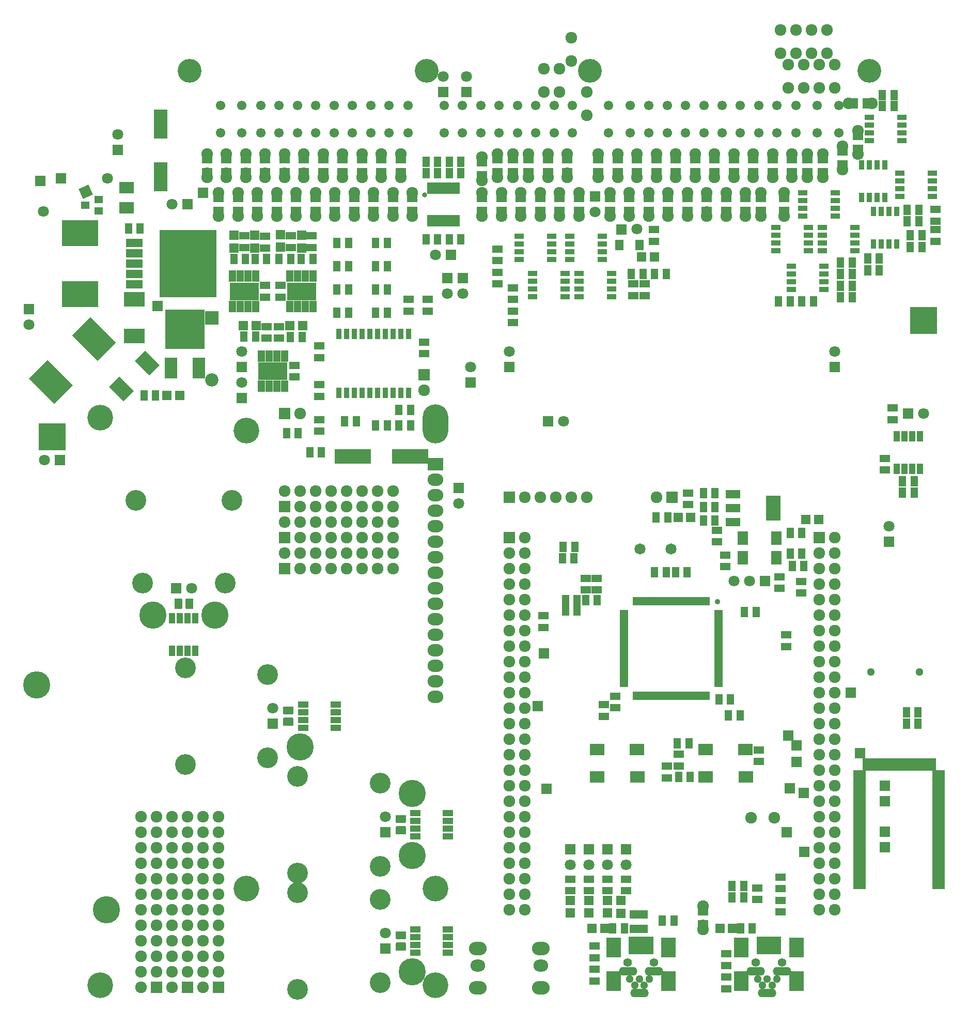
<source format=gts>
G04 (created by PCBNEW (2013-07-07 BZR 4022)-stable) date 18/12/2014 23:20:11*
%MOIN*%
G04 Gerber Fmt 3.4, Leading zero omitted, Abs format*
%FSLAX34Y34*%
G01*
G70*
G90*
G04 APERTURE LIST*
%ADD10C,0.00393701*%
%ADD11R,0.090548X0.188948*%
%ADD12C,0.165748*%
%ADD13O,0.100748X0.080748*%
%ADD14R,0.100748X0.080748*%
%ADD15O,0.165748X0.251968*%
%ADD16R,0.055748X0.025748*%
%ADD17R,0.025748X0.055748*%
%ADD18C,0.035748*%
%ADD19R,0.033448X0.074748*%
%ADD20C,0.032*%
%ADD21R,0.070748X0.050748*%
%ADD22C,0.075748*%
%ADD23R,0.023748X0.075748*%
%ADD24C,0.061048*%
%ADD25C,0.153548*%
%ADD26R,0.050748X0.070748*%
%ADD27R,0.070748X0.070748*%
%ADD28C,0.070748*%
%ADD29R,0.062948X0.062948*%
%ADD30R,0.075748X0.075748*%
%ADD31R,0.095748X0.159748*%
%ADD32R,0.095748X0.055748*%
%ADD33C,0.071748*%
%ADD34R,0.0433071X0.0551181*%
%ADD35R,0.0944882X0.0748031*%
%ADD36R,0.175748X0.175748*%
%ADD37R,0.133848X0.094448*%
%ADD38R,0.232248X0.167348*%
%ADD39R,0.105748X0.057748*%
%ADD40R,0.365748X0.435748*%
%ADD41R,0.080748X0.135748*%
%ADD42R,0.255748X0.255748*%
%ADD43R,0.095748X0.075748*%
%ADD44R,0.055148X0.047248*%
%ADD45C,0.085748*%
%ADD46R,0.085748X0.085748*%
%ADD47R,0.232248X0.094448*%
%ADD48R,0.035748X0.065748*%
%ADD49C,0.050748*%
%ADD50R,0.060748X0.035748*%
%ADD51R,0.035748X0.060748*%
%ADD52R,0.053748X0.065748*%
%ADD53R,0.039348X0.070848*%
%ADD54R,0.190748X0.115748*%
%ADD55R,0.045748X0.075748*%
%ADD56R,0.035748X0.115748*%
%ADD57R,0.0944882X0.125748*%
%ADD58C,0.055748*%
%ADD59O,0.094448X0.078748*%
%ADD60O,0.114148X0.086648*%
%ADD61R,0.082648X0.062948*%
%ADD62R,0.062948X0.078648*%
%ADD63R,0.062948X0.082648*%
%ADD64C,0.133848*%
%ADD65R,0.070848X0.039348*%
%ADD66R,0.060748X0.040748*%
%ADD67C,0.175748*%
%ADD68R,0.040748X0.060748*%
%ADD69R,0.0669291X0.0905512*%
%ADD70O,0.118748X0.055748*%
G04 APERTURE END LIST*
G54D10*
G54D11*
X51750Y-26232D03*
X51750Y-22807D03*
G54D12*
X57295Y-42584D03*
X57295Y-72112D03*
X69500Y-72112D03*
G54D13*
X69500Y-58750D03*
X69500Y-59750D03*
G54D14*
X69500Y-44750D03*
G54D13*
X69500Y-45750D03*
X69500Y-46750D03*
X69500Y-47750D03*
X69500Y-48750D03*
X69500Y-49750D03*
X69500Y-50750D03*
X69500Y-51750D03*
X69500Y-52750D03*
X69500Y-53750D03*
X69500Y-54750D03*
X69500Y-55750D03*
X69500Y-56750D03*
X69500Y-57750D03*
G54D15*
X69500Y-42167D03*
G54D12*
X69500Y-78364D03*
X47845Y-41750D03*
X47846Y-78364D03*
G54D16*
X87750Y-54274D03*
X87750Y-58994D03*
X87750Y-58794D03*
X87750Y-58604D03*
X87750Y-58404D03*
X87750Y-58204D03*
X87750Y-58014D03*
X87750Y-57814D03*
X87750Y-57614D03*
X87750Y-57424D03*
X87750Y-57224D03*
X87750Y-57024D03*
X87750Y-56824D03*
X87750Y-56634D03*
X87750Y-56434D03*
X87750Y-56234D03*
X87750Y-56044D03*
X87750Y-55844D03*
X87750Y-55644D03*
X87750Y-55454D03*
X87750Y-55254D03*
X87750Y-55054D03*
X87750Y-54864D03*
X87750Y-54664D03*
X87750Y-54464D03*
G54D17*
X87060Y-59684D03*
X82340Y-59684D03*
X82540Y-59684D03*
X82730Y-59684D03*
X82930Y-59684D03*
X83130Y-59684D03*
X83320Y-59684D03*
X83520Y-59684D03*
X83720Y-59684D03*
X83910Y-59684D03*
X84110Y-59684D03*
X84310Y-59684D03*
X84510Y-59684D03*
X84700Y-59684D03*
X84900Y-59684D03*
X85100Y-59684D03*
X85290Y-59684D03*
X85490Y-59684D03*
X85690Y-59684D03*
X85880Y-59684D03*
X86080Y-59684D03*
X86280Y-59684D03*
X86470Y-59684D03*
X86670Y-59684D03*
X86870Y-59684D03*
X87060Y-53584D03*
X86860Y-53584D03*
X86670Y-53584D03*
X86470Y-53584D03*
X86270Y-53584D03*
X86080Y-53584D03*
X85880Y-53584D03*
X85680Y-53584D03*
X85490Y-53584D03*
X85290Y-53584D03*
X85090Y-53584D03*
X84890Y-53584D03*
X84700Y-53584D03*
X84500Y-53584D03*
X84300Y-53584D03*
X84110Y-53584D03*
X83910Y-53584D03*
X83710Y-53584D03*
X83520Y-53584D03*
X83320Y-53584D03*
X83120Y-53584D03*
X82930Y-53584D03*
X82730Y-53584D03*
X82530Y-53584D03*
X82340Y-53584D03*
G54D16*
X81650Y-54274D03*
X81650Y-54474D03*
X81650Y-54664D03*
X81650Y-54864D03*
X81650Y-55064D03*
X81650Y-55254D03*
X81650Y-55454D03*
X81650Y-55654D03*
X81650Y-55844D03*
X81650Y-56044D03*
X81650Y-56244D03*
X81650Y-56444D03*
X81650Y-56634D03*
X81650Y-56834D03*
X81650Y-57034D03*
X81650Y-57224D03*
X81650Y-57424D03*
X81650Y-57624D03*
X81650Y-57814D03*
X81650Y-58014D03*
X81650Y-58214D03*
X81650Y-58404D03*
X81650Y-58604D03*
X81650Y-58804D03*
X81650Y-58994D03*
G54D18*
X87700Y-53634D03*
G54D19*
X69125Y-29059D03*
X69375Y-29059D03*
X69625Y-29059D03*
X69875Y-29059D03*
X70125Y-29059D03*
X70375Y-29059D03*
X70625Y-29059D03*
X70875Y-29059D03*
X70875Y-26941D03*
X70625Y-26941D03*
X70375Y-26941D03*
X70125Y-26941D03*
X69875Y-26941D03*
X69625Y-26941D03*
X69375Y-26941D03*
X69125Y-26941D03*
G54D20*
X68800Y-27400D03*
G54D21*
X78000Y-25875D03*
X78000Y-25125D03*
G54D22*
X78000Y-24750D03*
X78000Y-26250D03*
G54D23*
X78000Y-25000D03*
X78000Y-26000D03*
G54D21*
X61000Y-25875D03*
X61000Y-25125D03*
G54D22*
X61000Y-24750D03*
X61000Y-26250D03*
G54D23*
X61000Y-25000D03*
X61000Y-26000D03*
G54D21*
X59750Y-25875D03*
X59750Y-25125D03*
G54D22*
X59750Y-24750D03*
X59750Y-26250D03*
G54D23*
X59750Y-25000D03*
X59750Y-26000D03*
G54D21*
X58500Y-25875D03*
X58500Y-25125D03*
G54D22*
X58500Y-24750D03*
X58500Y-26250D03*
G54D23*
X58500Y-25000D03*
X58500Y-26000D03*
G54D21*
X57250Y-25875D03*
X57250Y-25125D03*
G54D22*
X57250Y-24750D03*
X57250Y-26250D03*
G54D23*
X57250Y-25000D03*
X57250Y-26000D03*
G54D21*
X54750Y-25875D03*
X54750Y-25125D03*
G54D22*
X54750Y-24750D03*
X54750Y-26250D03*
G54D23*
X54750Y-26000D03*
X54750Y-25000D03*
G54D21*
X56000Y-25875D03*
X56000Y-25125D03*
G54D22*
X56000Y-24750D03*
X56000Y-26250D03*
G54D23*
X56000Y-26000D03*
X56000Y-25000D03*
G54D21*
X87000Y-28375D03*
X87000Y-27625D03*
G54D22*
X87000Y-27250D03*
X87000Y-28750D03*
G54D23*
X87000Y-28500D03*
X87000Y-27500D03*
G54D24*
X55621Y-21628D03*
X55621Y-23400D03*
X56998Y-23400D03*
X56998Y-21628D03*
X61762Y-21628D03*
X61762Y-23400D03*
X60581Y-23400D03*
X60581Y-21628D03*
X58219Y-21628D03*
X58219Y-23400D03*
X59400Y-23400D03*
X59400Y-21628D03*
X64124Y-21628D03*
X64124Y-23400D03*
X62943Y-23400D03*
X62943Y-21628D03*
X65305Y-21628D03*
X65305Y-23400D03*
X66486Y-23400D03*
X66486Y-21628D03*
X73592Y-21628D03*
X73592Y-23400D03*
X72411Y-23400D03*
X72411Y-21628D03*
X70049Y-21628D03*
X70049Y-23400D03*
X71230Y-23400D03*
X71230Y-21628D03*
X75955Y-21628D03*
X75955Y-23400D03*
X74774Y-23400D03*
X74774Y-21628D03*
X77136Y-21628D03*
X77136Y-23400D03*
X67707Y-21628D03*
X67707Y-23400D03*
X78317Y-23400D03*
X78317Y-21628D03*
X82036Y-23400D03*
X82036Y-21628D03*
X80658Y-23400D03*
X80658Y-21628D03*
X86801Y-23400D03*
X86801Y-21628D03*
X85620Y-23400D03*
X85620Y-21628D03*
X83258Y-23400D03*
X83258Y-21628D03*
X84439Y-23400D03*
X84439Y-21628D03*
X89163Y-23400D03*
X89163Y-21628D03*
X87982Y-23400D03*
X87982Y-21628D03*
X90344Y-23400D03*
X90344Y-21628D03*
X91525Y-23400D03*
X91525Y-21628D03*
X92746Y-23400D03*
X92746Y-21628D03*
X94124Y-23400D03*
X94124Y-21628D03*
G54D25*
X53632Y-19384D03*
X68927Y-19384D03*
X79439Y-19384D03*
G54D24*
X95502Y-23400D03*
X95502Y-21628D03*
G54D25*
X97490Y-19384D03*
G54D21*
X75500Y-25875D03*
X75500Y-25125D03*
G54D22*
X75500Y-24750D03*
X75500Y-26250D03*
G54D21*
X77500Y-28375D03*
X77500Y-27625D03*
G54D22*
X77500Y-27250D03*
X77500Y-28750D03*
G54D21*
X76750Y-25875D03*
X76750Y-25125D03*
G54D22*
X76750Y-24750D03*
X76750Y-26250D03*
G54D21*
X78750Y-28375D03*
X78750Y-27625D03*
G54D22*
X78750Y-27250D03*
X78750Y-28750D03*
G54D21*
X80750Y-28375D03*
X80750Y-27625D03*
G54D22*
X80750Y-27250D03*
X80750Y-28750D03*
G54D21*
X80000Y-25875D03*
X80000Y-25125D03*
G54D22*
X80000Y-24750D03*
X80000Y-26250D03*
G54D21*
X82000Y-28375D03*
X82000Y-27625D03*
G54D22*
X82000Y-27250D03*
X82000Y-28750D03*
G54D21*
X81250Y-25875D03*
X81250Y-25125D03*
G54D22*
X81250Y-24750D03*
X81250Y-26250D03*
G54D21*
X83250Y-28375D03*
X83250Y-27625D03*
G54D22*
X83250Y-27250D03*
X83250Y-28750D03*
G54D21*
X82500Y-25875D03*
X82500Y-25125D03*
G54D22*
X82500Y-24750D03*
X82500Y-26250D03*
G54D21*
X84500Y-28375D03*
X84500Y-27625D03*
G54D22*
X84500Y-27250D03*
X84500Y-28750D03*
G54D21*
X83750Y-25875D03*
X83750Y-25125D03*
G54D22*
X83750Y-24750D03*
X83750Y-26250D03*
G54D21*
X85750Y-28375D03*
X85750Y-27625D03*
G54D22*
X85750Y-27250D03*
X85750Y-28750D03*
G54D21*
X85000Y-25875D03*
X85000Y-25125D03*
G54D22*
X85000Y-24750D03*
X85000Y-26250D03*
G54D21*
X76250Y-28375D03*
X76250Y-27625D03*
G54D22*
X76250Y-27250D03*
X76250Y-28750D03*
G54D21*
X86250Y-25875D03*
X86250Y-25125D03*
G54D22*
X86250Y-24750D03*
X86250Y-26250D03*
G54D21*
X88250Y-28375D03*
X88250Y-27625D03*
G54D22*
X88250Y-27250D03*
X88250Y-28750D03*
G54D21*
X87500Y-25875D03*
X87500Y-25125D03*
G54D22*
X87500Y-24750D03*
X87500Y-26250D03*
G54D21*
X89500Y-28375D03*
X89500Y-27625D03*
G54D22*
X89500Y-27250D03*
X89500Y-28750D03*
G54D21*
X88750Y-25875D03*
X88750Y-25125D03*
G54D22*
X88750Y-24750D03*
X88750Y-26250D03*
G54D21*
X90500Y-28375D03*
X90500Y-27625D03*
G54D22*
X90500Y-27250D03*
X90500Y-28750D03*
G54D21*
X90000Y-25875D03*
X90000Y-25125D03*
G54D22*
X90000Y-24750D03*
X90000Y-26250D03*
G54D21*
X92000Y-28375D03*
X92000Y-27625D03*
G54D22*
X92000Y-27250D03*
X92000Y-28750D03*
G54D21*
X91250Y-25875D03*
X91250Y-25125D03*
G54D22*
X91250Y-24750D03*
X91250Y-26250D03*
G54D21*
X93500Y-25875D03*
X93500Y-25125D03*
G54D22*
X93500Y-24750D03*
X93500Y-26250D03*
G54D21*
X92500Y-25875D03*
X92500Y-25125D03*
G54D22*
X92500Y-24750D03*
X92500Y-26250D03*
G54D21*
X95750Y-25375D03*
X95750Y-24625D03*
G54D22*
X95750Y-24250D03*
X95750Y-25750D03*
G54D21*
X94500Y-25875D03*
X94500Y-25125D03*
G54D22*
X94500Y-24750D03*
X94500Y-26250D03*
G54D21*
X96750Y-24375D03*
X96750Y-23625D03*
G54D22*
X96750Y-23250D03*
X96750Y-24750D03*
G54D26*
X97275Y-21500D03*
X96525Y-21500D03*
G54D22*
X96150Y-21500D03*
X97650Y-21500D03*
G54D21*
X65500Y-28375D03*
X65500Y-27625D03*
G54D22*
X65500Y-27250D03*
X65500Y-28750D03*
G54D21*
X56750Y-28375D03*
X56750Y-27625D03*
G54D22*
X56750Y-27250D03*
X56750Y-28750D03*
G54D21*
X58000Y-28375D03*
X58000Y-27625D03*
G54D22*
X58000Y-27250D03*
X58000Y-28750D03*
G54D21*
X59250Y-28375D03*
X59250Y-27625D03*
G54D22*
X59250Y-27250D03*
X59250Y-28750D03*
G54D21*
X60500Y-28375D03*
X60500Y-27625D03*
G54D22*
X60500Y-27250D03*
X60500Y-28750D03*
G54D21*
X61750Y-28375D03*
X61750Y-27625D03*
G54D22*
X61750Y-27250D03*
X61750Y-28750D03*
G54D21*
X63000Y-28375D03*
X63000Y-27625D03*
G54D22*
X63000Y-27250D03*
X63000Y-28750D03*
G54D21*
X62250Y-25875D03*
X62250Y-25125D03*
G54D22*
X62250Y-24750D03*
X62250Y-26250D03*
G54D21*
X64250Y-28375D03*
X64250Y-27625D03*
G54D22*
X64250Y-27250D03*
X64250Y-28750D03*
G54D21*
X63500Y-25875D03*
X63500Y-25125D03*
G54D22*
X63500Y-24750D03*
X63500Y-26250D03*
G54D21*
X55500Y-28375D03*
X55500Y-27625D03*
G54D22*
X55500Y-27250D03*
X55500Y-28750D03*
G54D21*
X64750Y-25875D03*
X64750Y-25125D03*
G54D22*
X64750Y-24750D03*
X64750Y-26250D03*
G54D21*
X66750Y-28375D03*
X66750Y-27625D03*
G54D22*
X66750Y-27250D03*
X66750Y-28750D03*
G54D21*
X66000Y-25875D03*
X66000Y-25125D03*
G54D22*
X66000Y-24750D03*
X66000Y-26250D03*
G54D21*
X68000Y-28375D03*
X68000Y-27625D03*
G54D22*
X68000Y-27250D03*
X68000Y-28750D03*
G54D21*
X67250Y-25875D03*
X67250Y-25125D03*
G54D22*
X67250Y-24750D03*
X67250Y-26250D03*
G54D21*
X72500Y-28375D03*
X72500Y-27625D03*
G54D22*
X72500Y-27250D03*
X72500Y-28750D03*
G54D21*
X72500Y-26075D03*
X72500Y-25325D03*
G54D22*
X72500Y-24950D03*
X72500Y-26450D03*
G54D27*
X74250Y-38500D03*
G54D28*
X74250Y-37500D03*
G54D27*
X95250Y-38500D03*
G54D28*
X95250Y-37500D03*
G54D27*
X70500Y-31250D03*
G54D28*
X69500Y-31250D03*
G54D21*
X90350Y-63934D03*
X90350Y-63184D03*
G54D26*
X84975Y-51734D03*
X85725Y-51734D03*
X84375Y-51734D03*
X83625Y-51734D03*
G54D21*
X84425Y-64984D03*
X84425Y-64234D03*
G54D26*
X77875Y-53534D03*
X78625Y-53534D03*
X77875Y-54184D03*
X78625Y-54184D03*
G54D21*
X79200Y-52109D03*
X79200Y-52859D03*
X79900Y-52109D03*
X79900Y-52859D03*
X87650Y-49759D03*
X87650Y-49009D03*
G54D26*
X78475Y-50084D03*
X77725Y-50084D03*
X83725Y-48184D03*
X84475Y-48184D03*
G54D21*
X81100Y-60459D03*
X81100Y-59709D03*
G54D26*
X88525Y-59934D03*
X87775Y-59934D03*
X90175Y-54284D03*
X89425Y-54284D03*
G54D21*
X80350Y-60259D03*
X80350Y-61009D03*
X93100Y-53059D03*
X93100Y-52309D03*
G54D26*
X88400Y-60959D03*
X89150Y-60959D03*
X86775Y-48384D03*
X87525Y-48384D03*
X87525Y-47534D03*
X86775Y-47534D03*
G54D29*
X85137Y-48184D03*
X85963Y-48184D03*
G54D26*
X78425Y-50834D03*
X77675Y-50834D03*
G54D27*
X78200Y-69584D03*
G54D28*
X78200Y-70584D03*
G54D27*
X79400Y-69584D03*
G54D28*
X79400Y-70584D03*
G54D27*
X80600Y-69584D03*
G54D28*
X80600Y-70584D03*
G54D27*
X81800Y-69584D03*
G54D28*
X81800Y-70584D03*
G54D27*
X90750Y-52284D03*
G54D28*
X89750Y-52284D03*
X88750Y-52284D03*
G54D30*
X74250Y-49484D03*
G54D22*
X75250Y-49484D03*
X74250Y-50484D03*
X75250Y-50484D03*
X74250Y-51484D03*
X75250Y-51484D03*
X74250Y-52484D03*
X75250Y-52484D03*
X74250Y-53484D03*
X75250Y-53484D03*
X74250Y-54484D03*
X75250Y-54484D03*
X74250Y-55484D03*
X75250Y-55484D03*
X74250Y-56484D03*
X75250Y-56484D03*
X74250Y-57484D03*
X75250Y-57484D03*
X74250Y-58484D03*
X75250Y-58484D03*
X74250Y-59484D03*
X75250Y-59484D03*
X74250Y-60484D03*
X75250Y-60484D03*
X74250Y-61484D03*
X75250Y-61484D03*
X74250Y-62484D03*
X75250Y-62484D03*
X74250Y-63484D03*
X75250Y-63484D03*
X74250Y-64484D03*
X75250Y-64484D03*
X74250Y-65484D03*
X75250Y-65484D03*
X74250Y-66484D03*
X75250Y-66484D03*
X74250Y-67484D03*
X75250Y-67484D03*
X74250Y-68484D03*
X75250Y-68484D03*
X74250Y-69484D03*
X75250Y-69484D03*
X74250Y-70484D03*
X75250Y-70484D03*
X74250Y-71484D03*
X75250Y-71484D03*
X74250Y-72484D03*
X75250Y-72484D03*
X74250Y-73484D03*
X75250Y-73484D03*
G54D30*
X94250Y-49484D03*
G54D22*
X95250Y-49484D03*
X94250Y-50484D03*
X95250Y-50484D03*
X94250Y-51484D03*
X95250Y-51484D03*
X94250Y-52484D03*
X95250Y-52484D03*
X94250Y-53484D03*
X95250Y-53484D03*
X94250Y-54484D03*
X95250Y-54484D03*
X94250Y-55484D03*
X95250Y-55484D03*
X94250Y-56484D03*
X95250Y-56484D03*
X94250Y-57484D03*
X95250Y-57484D03*
X94250Y-58484D03*
X95250Y-58484D03*
X94250Y-59484D03*
X95250Y-59484D03*
X94250Y-60484D03*
X95250Y-60484D03*
X94250Y-61484D03*
X95250Y-61484D03*
X94250Y-62484D03*
X95250Y-62484D03*
X94250Y-63484D03*
X95250Y-63484D03*
X94250Y-64484D03*
X95250Y-64484D03*
X94250Y-65484D03*
X95250Y-65484D03*
X94250Y-66484D03*
X95250Y-66484D03*
X94250Y-67484D03*
X95250Y-67484D03*
X94250Y-68484D03*
X95250Y-68484D03*
X94250Y-69484D03*
X95250Y-69484D03*
X94250Y-70484D03*
X95250Y-70484D03*
X94250Y-71484D03*
X95250Y-71484D03*
X94250Y-72484D03*
X95250Y-72484D03*
X94250Y-73484D03*
X95250Y-73484D03*
G54D30*
X84750Y-46884D03*
G54D22*
X83750Y-46884D03*
G54D30*
X74250Y-46884D03*
G54D22*
X75250Y-46884D03*
X76250Y-46884D03*
X77250Y-46884D03*
X78250Y-46884D03*
X79250Y-46884D03*
G54D26*
X85100Y-62759D03*
X85850Y-62759D03*
G54D21*
X85200Y-64209D03*
X85200Y-63459D03*
G54D26*
X85175Y-64934D03*
X85925Y-64934D03*
G54D21*
X92125Y-55759D03*
X92125Y-56509D03*
X76450Y-54525D03*
X76450Y-55275D03*
X78200Y-72259D03*
X78200Y-71509D03*
X79400Y-72259D03*
X79400Y-71509D03*
X80600Y-72259D03*
X80600Y-71509D03*
X81800Y-72259D03*
X81800Y-71509D03*
G54D26*
X79925Y-53534D03*
X79175Y-53534D03*
G54D21*
X85800Y-47359D03*
X85800Y-46609D03*
G54D26*
X80925Y-74700D03*
X81675Y-74700D03*
X93125Y-49184D03*
X92375Y-49184D03*
G54D31*
X91300Y-47584D03*
G54D32*
X88700Y-47584D03*
X88700Y-48484D03*
X88700Y-46684D03*
G54D33*
X82700Y-50234D03*
X84700Y-50234D03*
G54D21*
X79750Y-76575D03*
X79750Y-75825D03*
X79750Y-77325D03*
X79750Y-78075D03*
X91700Y-52759D03*
X91700Y-52009D03*
X88200Y-51359D03*
X88200Y-50609D03*
G54D34*
X82974Y-73777D03*
X82600Y-73777D03*
X82225Y-73777D03*
X82225Y-74722D03*
X82600Y-74722D03*
X82974Y-74722D03*
G54D35*
X86920Y-63148D03*
X89479Y-63148D03*
X89518Y-64919D03*
X86920Y-64919D03*
X79920Y-63148D03*
X82479Y-63148D03*
X82518Y-64919D03*
X79920Y-64919D03*
G54D36*
X101000Y-35500D03*
G54D29*
X80590Y-72871D03*
X80590Y-73697D03*
X78190Y-72871D03*
X78190Y-73697D03*
X79390Y-72871D03*
X79390Y-73697D03*
X81450Y-72887D03*
X81450Y-73713D03*
X80413Y-74700D03*
X79587Y-74700D03*
X93377Y-48324D03*
X94203Y-48324D03*
G54D26*
X84125Y-74200D03*
X84875Y-74200D03*
X86775Y-46624D03*
X87525Y-46624D03*
X92515Y-51324D03*
X93265Y-51324D03*
X92375Y-50504D03*
X93125Y-50504D03*
X69625Y-26000D03*
X68875Y-26000D03*
X71125Y-26000D03*
X70375Y-26000D03*
X69625Y-25250D03*
X68875Y-25250D03*
X71125Y-25250D03*
X70375Y-25250D03*
X68875Y-30250D03*
X69625Y-30250D03*
X70375Y-30250D03*
X71125Y-30250D03*
G54D37*
X50056Y-36491D03*
X50056Y-34129D03*
G54D10*
G36*
X49360Y-40702D02*
X48413Y-39755D01*
X49081Y-39087D01*
X50028Y-40034D01*
X49360Y-40702D01*
X49360Y-40702D01*
G37*
G36*
X51030Y-39032D02*
X50084Y-38085D01*
X50751Y-37417D01*
X51698Y-38364D01*
X51030Y-39032D01*
X51030Y-39032D01*
G37*
G54D38*
X46556Y-29851D03*
X46556Y-33769D03*
G54D10*
G36*
X47211Y-35262D02*
X48854Y-36904D01*
X47670Y-38087D01*
X46028Y-36445D01*
X47211Y-35262D01*
X47211Y-35262D01*
G37*
G36*
X44441Y-38032D02*
X46083Y-39674D01*
X44900Y-40858D01*
X43258Y-39215D01*
X44441Y-38032D01*
X44441Y-38032D01*
G37*
G54D26*
X50681Y-40310D03*
X51431Y-40310D03*
G54D29*
X52143Y-40310D03*
X52969Y-40310D03*
G54D39*
X50056Y-30470D03*
G54D40*
X53506Y-31810D03*
G54D39*
X50056Y-31810D03*
X50056Y-31140D03*
X50056Y-32480D03*
X50056Y-33150D03*
G54D41*
X52406Y-38560D03*
G54D42*
X53306Y-36060D03*
G54D41*
X54206Y-38560D03*
G54D26*
X49681Y-29560D03*
X50431Y-29560D03*
G54D27*
X51556Y-34560D03*
G54D43*
X49556Y-28210D03*
X49556Y-26910D03*
G54D44*
X46873Y-28060D03*
X47739Y-27685D03*
X47739Y-28435D03*
G54D45*
X55056Y-39310D03*
G54D46*
X55056Y-35310D03*
G54D10*
G36*
X46744Y-27646D02*
X46445Y-27005D01*
X47086Y-26706D01*
X47385Y-27347D01*
X46744Y-27646D01*
X46744Y-27646D01*
G37*
G54D28*
X44196Y-28443D03*
G54D27*
X45306Y-26310D03*
G54D28*
X48306Y-26310D03*
G54D27*
X53500Y-28000D03*
G54D28*
X52500Y-28000D03*
G54D26*
X67875Y-42250D03*
X67125Y-42250D03*
X65625Y-42250D03*
X66375Y-42250D03*
G54D47*
X64150Y-44250D03*
X67850Y-44250D03*
G54D48*
X67750Y-36350D03*
X67250Y-36350D03*
X66750Y-36350D03*
X66250Y-36350D03*
X65750Y-36350D03*
X65250Y-36350D03*
X64750Y-36350D03*
X64250Y-36350D03*
X63750Y-36350D03*
X63250Y-36350D03*
X63250Y-40150D03*
X63750Y-40150D03*
X64250Y-40150D03*
X64750Y-40150D03*
X65250Y-40150D03*
X65750Y-40150D03*
X66250Y-40150D03*
X66750Y-40150D03*
X67250Y-40150D03*
X67750Y-40150D03*
G54D30*
X59750Y-41500D03*
G54D22*
X60750Y-41500D03*
G54D27*
X76750Y-42000D03*
G54D28*
X77750Y-42000D03*
G54D27*
X71750Y-39500D03*
G54D28*
X71750Y-38500D03*
G54D21*
X88250Y-76325D03*
X88250Y-77075D03*
G54D26*
X88625Y-71950D03*
X89375Y-71950D03*
X89375Y-72700D03*
X88625Y-72700D03*
G54D21*
X90250Y-72075D03*
X90250Y-72825D03*
X88250Y-77825D03*
X88250Y-78575D03*
G54D26*
X89925Y-74700D03*
X89175Y-74700D03*
X100625Y-60750D03*
X99875Y-60750D03*
X99875Y-61500D03*
X100625Y-61500D03*
G54D29*
X88663Y-74700D03*
X87837Y-74700D03*
G54D49*
X97576Y-58158D03*
X100725Y-58158D03*
G54D21*
X83000Y-33125D03*
X83000Y-33875D03*
G54D26*
X83625Y-32500D03*
X84375Y-32500D03*
G54D21*
X73500Y-32375D03*
X73500Y-33125D03*
X74500Y-34875D03*
X74500Y-35625D03*
G54D26*
X95625Y-34000D03*
X96375Y-34000D03*
X92375Y-34250D03*
X91625Y-34250D03*
X96375Y-33250D03*
X95625Y-33250D03*
X93875Y-34250D03*
X93125Y-34250D03*
G54D21*
X73500Y-30875D03*
X73500Y-31625D03*
X74500Y-33375D03*
X74500Y-34125D03*
G54D26*
X82125Y-32500D03*
X82875Y-32500D03*
G54D21*
X82250Y-33875D03*
X82250Y-33125D03*
G54D50*
X92450Y-33500D03*
X94550Y-33500D03*
X92450Y-33000D03*
X92450Y-32500D03*
X92450Y-32000D03*
X94550Y-33000D03*
X94550Y-32500D03*
X94550Y-32000D03*
X91450Y-31000D03*
X93550Y-31000D03*
X91450Y-30500D03*
X91450Y-30000D03*
X91450Y-29500D03*
X93550Y-30500D03*
X93550Y-30000D03*
X93550Y-29500D03*
X77000Y-30050D03*
X74900Y-30050D03*
X77000Y-30550D03*
X77000Y-31050D03*
X77000Y-31550D03*
X74900Y-30550D03*
X74900Y-31050D03*
X74900Y-31550D03*
X78150Y-31550D03*
X80250Y-31550D03*
X78150Y-31050D03*
X78150Y-30550D03*
X78150Y-30050D03*
X80250Y-31050D03*
X80250Y-30550D03*
X80250Y-30050D03*
X78750Y-33950D03*
X80850Y-33950D03*
X78750Y-33450D03*
X78750Y-32950D03*
X78750Y-32450D03*
X80850Y-33450D03*
X80850Y-32950D03*
X80850Y-32450D03*
X77850Y-32450D03*
X75750Y-32450D03*
X77850Y-32950D03*
X77850Y-33450D03*
X77850Y-33950D03*
X75750Y-32950D03*
X75750Y-33450D03*
X75750Y-33950D03*
G54D51*
X97000Y-25450D03*
X97000Y-27550D03*
X97500Y-25450D03*
X98000Y-25450D03*
X98500Y-25450D03*
X97500Y-27550D03*
X98000Y-27550D03*
X98500Y-27550D03*
G54D50*
X97500Y-23900D03*
X99600Y-23900D03*
X97500Y-23400D03*
X97500Y-22900D03*
X97500Y-22400D03*
X99600Y-23400D03*
X99600Y-22900D03*
X99600Y-22400D03*
X99450Y-27500D03*
X101550Y-27500D03*
X99450Y-27000D03*
X99450Y-26500D03*
X99450Y-26000D03*
X101550Y-27000D03*
X101550Y-26500D03*
X101550Y-26000D03*
G54D51*
X97750Y-28450D03*
X97750Y-30550D03*
X98250Y-28450D03*
X98750Y-28450D03*
X99250Y-28450D03*
X98250Y-30550D03*
X98750Y-30550D03*
X99250Y-30550D03*
G54D50*
X94450Y-31000D03*
X96550Y-31000D03*
X94450Y-30500D03*
X94450Y-30000D03*
X94450Y-29500D03*
X96550Y-30500D03*
X96550Y-30000D03*
X96550Y-29500D03*
X93200Y-28750D03*
X95300Y-28750D03*
X93200Y-28250D03*
X93200Y-27750D03*
X93200Y-27250D03*
X95300Y-28250D03*
X95300Y-27750D03*
X95300Y-27250D03*
G54D26*
X99075Y-20950D03*
X98325Y-20950D03*
G54D21*
X101750Y-28325D03*
X101750Y-29075D03*
G54D26*
X100675Y-28350D03*
X99925Y-28350D03*
X100875Y-30000D03*
X100125Y-30000D03*
X98125Y-31500D03*
X97375Y-31500D03*
X96375Y-31750D03*
X95625Y-31750D03*
G54D52*
X82640Y-30610D03*
X81350Y-30610D03*
G54D21*
X83600Y-29625D03*
X83600Y-30375D03*
G54D27*
X81500Y-29625D03*
G54D28*
X82500Y-29600D03*
G54D27*
X79800Y-27500D03*
G54D28*
X79800Y-28500D03*
G54D26*
X97375Y-32250D03*
X98125Y-32250D03*
X95625Y-32500D03*
X96375Y-32500D03*
X99925Y-29100D03*
X100675Y-29100D03*
X100125Y-30750D03*
X100875Y-30750D03*
G54D21*
X101750Y-29625D03*
X101750Y-30375D03*
G54D26*
X98325Y-21650D03*
X99075Y-21650D03*
G54D29*
X83613Y-31400D03*
X82787Y-31400D03*
G54D26*
X99625Y-46600D03*
X100375Y-46600D03*
X100375Y-45850D03*
X99625Y-45850D03*
G54D21*
X98500Y-44375D03*
X98500Y-45125D03*
G54D53*
X99250Y-42950D03*
X99250Y-45050D03*
X99750Y-42950D03*
X100250Y-42950D03*
X100750Y-42950D03*
X99750Y-45050D03*
X100250Y-45050D03*
X100750Y-45050D03*
G54D21*
X99000Y-41125D03*
X99000Y-41875D03*
G54D27*
X100000Y-41500D03*
G54D28*
X101000Y-41500D03*
G54D54*
X59000Y-38755D03*
G54D55*
X59750Y-37780D03*
X59250Y-37780D03*
X58750Y-37780D03*
X58250Y-37780D03*
X59750Y-39730D03*
X59250Y-39730D03*
X58750Y-39730D03*
X58250Y-39730D03*
G54D54*
X60850Y-33605D03*
G54D55*
X61600Y-32630D03*
X61100Y-32630D03*
X60600Y-32630D03*
X60100Y-32630D03*
X61600Y-34580D03*
X61100Y-34580D03*
X60600Y-34580D03*
X60100Y-34580D03*
G54D54*
X57150Y-33605D03*
G54D55*
X57900Y-32630D03*
X57400Y-32630D03*
X56900Y-32630D03*
X56400Y-32630D03*
X57900Y-34580D03*
X57400Y-34580D03*
X56900Y-34580D03*
X56400Y-34580D03*
G54D26*
X60875Y-36555D03*
X60125Y-36555D03*
G54D21*
X59400Y-35880D03*
X59400Y-36630D03*
G54D26*
X59400Y-31505D03*
X60150Y-31505D03*
X57850Y-31530D03*
X58600Y-31530D03*
G54D21*
X58500Y-30055D03*
X58500Y-30805D03*
X59500Y-33980D03*
X59500Y-33230D03*
X57150Y-30030D03*
X57150Y-30780D03*
G54D26*
X56475Y-31505D03*
X57225Y-31505D03*
G54D21*
X58600Y-35880D03*
X58600Y-36630D03*
G54D26*
X57125Y-36505D03*
X57875Y-36505D03*
G54D21*
X58500Y-33980D03*
X58500Y-33230D03*
X60150Y-30030D03*
X60150Y-30780D03*
X60400Y-39130D03*
X60400Y-38380D03*
X61500Y-30030D03*
X61500Y-30780D03*
G54D26*
X60825Y-31505D03*
X61575Y-31505D03*
G54D29*
X60913Y-35805D03*
X60087Y-35805D03*
X59475Y-30768D03*
X59475Y-29942D03*
X57825Y-30818D03*
X57825Y-29992D03*
X56500Y-30818D03*
X56500Y-29992D03*
X60850Y-30818D03*
X60850Y-29992D03*
X57087Y-35805D03*
X57913Y-35805D03*
G54D27*
X57000Y-38500D03*
G54D28*
X57000Y-37500D03*
G54D27*
X57000Y-40500D03*
G54D28*
X57000Y-39500D03*
G54D30*
X68750Y-39000D03*
G54D22*
X68750Y-40000D03*
G54D21*
X74500Y-25875D03*
X74500Y-25125D03*
G54D22*
X74500Y-24750D03*
X74500Y-26250D03*
G54D21*
X75000Y-28375D03*
X75000Y-27625D03*
G54D22*
X75000Y-27250D03*
X75000Y-28750D03*
G54D21*
X73500Y-25875D03*
X73500Y-25125D03*
G54D22*
X73500Y-24750D03*
X73500Y-26250D03*
G54D21*
X73750Y-28375D03*
X73750Y-27625D03*
G54D22*
X73750Y-27250D03*
X73750Y-28750D03*
G54D56*
X82120Y-75800D03*
X82435Y-75800D03*
X82750Y-75800D03*
X83064Y-75800D03*
X83379Y-75800D03*
G54D57*
X80978Y-78081D03*
X84521Y-78081D03*
X80978Y-75915D03*
X84521Y-75915D03*
G54D58*
X81900Y-76900D03*
X83600Y-76900D03*
G54D56*
X90370Y-75800D03*
X90685Y-75800D03*
X91000Y-75800D03*
X91314Y-75800D03*
X91629Y-75800D03*
G54D57*
X89228Y-78081D03*
X92771Y-78081D03*
X89228Y-75915D03*
X92771Y-75915D03*
G54D58*
X90150Y-76900D03*
X91850Y-76900D03*
G54D27*
X71500Y-20750D03*
G54D28*
X71500Y-19750D03*
G54D27*
X70000Y-20750D03*
G54D28*
X70000Y-19750D03*
G54D59*
X72222Y-77072D03*
X76278Y-77072D03*
G54D60*
X76278Y-75970D03*
X72222Y-75970D03*
X76278Y-78530D03*
X72222Y-78530D03*
G54D61*
X101959Y-65957D03*
X101959Y-65366D03*
X101959Y-64776D03*
X101959Y-66547D03*
X101959Y-67138D03*
X101959Y-67728D03*
X101959Y-68319D03*
X101959Y-68909D03*
X101959Y-69500D03*
X101959Y-70091D03*
X101959Y-70681D03*
X101959Y-71272D03*
X101959Y-71862D03*
G54D62*
X101467Y-64108D03*
G54D63*
X100875Y-64126D03*
X100285Y-64126D03*
X99695Y-64126D03*
X99105Y-64126D03*
X98515Y-64126D03*
X97925Y-64126D03*
G54D62*
X97335Y-64107D03*
G54D61*
X96841Y-64776D03*
X96841Y-65366D03*
X96841Y-65958D03*
X96841Y-66547D03*
X96841Y-67138D03*
X96841Y-67728D03*
X96841Y-68319D03*
X96841Y-68909D03*
X96841Y-69500D03*
X96841Y-70091D03*
X96841Y-70681D03*
X96841Y-71272D03*
X96841Y-71862D03*
G54D27*
X70250Y-32750D03*
G54D28*
X70250Y-33750D03*
G54D27*
X71250Y-32750D03*
G54D28*
X71250Y-33750D03*
G54D27*
X71000Y-46300D03*
G54D28*
X71000Y-47300D03*
G54D27*
X92800Y-62900D03*
X93300Y-69750D03*
X96300Y-59500D03*
X92250Y-62250D03*
X96900Y-63400D03*
X92800Y-63950D03*
X98500Y-65500D03*
X92350Y-65650D03*
X98500Y-66500D03*
X93250Y-65950D03*
X76650Y-65700D03*
X76100Y-60350D03*
X76500Y-56950D03*
X98500Y-68450D03*
X92150Y-68500D03*
X98500Y-69450D03*
G54D64*
X60593Y-78610D03*
X60593Y-72390D03*
X65907Y-78177D03*
X65907Y-72823D03*
G54D65*
X70300Y-74750D03*
X68200Y-74750D03*
X70300Y-75250D03*
X70300Y-75750D03*
X70300Y-76250D03*
X68200Y-75250D03*
X68200Y-75750D03*
X68200Y-76250D03*
G54D21*
X67250Y-75125D03*
X67250Y-75875D03*
G54D66*
X67250Y-75200D03*
X67250Y-75800D03*
G54D27*
X66250Y-76000D03*
G54D28*
X66250Y-75000D03*
G54D67*
X68000Y-77500D03*
X48250Y-73500D03*
G54D64*
X60593Y-71110D03*
X60593Y-64890D03*
X65907Y-70677D03*
X65907Y-65323D03*
G54D65*
X70300Y-67250D03*
X68200Y-67250D03*
X70300Y-67750D03*
X70300Y-68250D03*
X70300Y-68750D03*
X68200Y-67750D03*
X68200Y-68250D03*
X68200Y-68750D03*
G54D21*
X67250Y-67625D03*
X67250Y-68375D03*
G54D66*
X67250Y-67700D03*
X67250Y-68300D03*
G54D27*
X66250Y-68500D03*
G54D28*
X66250Y-67500D03*
G54D67*
X68000Y-70000D03*
X68000Y-66000D03*
G54D64*
X53343Y-64110D03*
X53343Y-57890D03*
X58657Y-63677D03*
X58657Y-58323D03*
G54D65*
X63050Y-60250D03*
X60950Y-60250D03*
X63050Y-60750D03*
X63050Y-61250D03*
X63050Y-61750D03*
X60950Y-60750D03*
X60950Y-61250D03*
X60950Y-61750D03*
G54D21*
X60000Y-60625D03*
X60000Y-61375D03*
G54D66*
X60000Y-60700D03*
X60000Y-61300D03*
G54D27*
X59000Y-61500D03*
G54D28*
X59000Y-60500D03*
G54D67*
X43750Y-59000D03*
X60750Y-63000D03*
G54D64*
X50140Y-47093D03*
X56360Y-47093D03*
X50573Y-52407D03*
X55927Y-52407D03*
G54D53*
X54000Y-56800D03*
X54000Y-54700D03*
X53500Y-56800D03*
X53000Y-56800D03*
X52500Y-56800D03*
X53500Y-54700D03*
X53000Y-54700D03*
X52500Y-54700D03*
G54D26*
X53625Y-53750D03*
X52875Y-53750D03*
G54D68*
X53550Y-53750D03*
X52950Y-53750D03*
G54D27*
X52750Y-52750D03*
G54D28*
X53750Y-52750D03*
G54D67*
X55250Y-54500D03*
X51250Y-54500D03*
G54D69*
X89317Y-50779D03*
X91482Y-50779D03*
X91482Y-49520D03*
X89317Y-49520D03*
G54D36*
X44750Y-43000D03*
G54D27*
X54500Y-27250D03*
X44000Y-26500D03*
G54D23*
X86750Y-73500D03*
G54D21*
X86750Y-74375D03*
X86750Y-73625D03*
G54D22*
X86750Y-73250D03*
X86750Y-74750D03*
G54D23*
X86750Y-74500D03*
G54D22*
X89850Y-67550D03*
X91350Y-67550D03*
G54D21*
X68750Y-37625D03*
X68750Y-36875D03*
X67750Y-34125D03*
X67750Y-34875D03*
X62000Y-42625D03*
X62000Y-41875D03*
X69000Y-34125D03*
X69000Y-34875D03*
G54D26*
X67875Y-41250D03*
X67125Y-41250D03*
G54D21*
X62000Y-40375D03*
X62000Y-39625D03*
G54D26*
X65625Y-33500D03*
X66375Y-33500D03*
X63125Y-30500D03*
X63875Y-30500D03*
X66375Y-30500D03*
X65625Y-30500D03*
X62125Y-44000D03*
X61375Y-44000D03*
X60625Y-42750D03*
X59875Y-42750D03*
X63875Y-33500D03*
X63125Y-33500D03*
X63625Y-42000D03*
X64375Y-42000D03*
G54D21*
X91750Y-71375D03*
X91750Y-72125D03*
X91750Y-72875D03*
X91750Y-73625D03*
G54D26*
X65625Y-35000D03*
X66375Y-35000D03*
X63875Y-35000D03*
X63125Y-35000D03*
X63125Y-32000D03*
X63875Y-32000D03*
X66375Y-32000D03*
X65625Y-32000D03*
G54D30*
X51500Y-78500D03*
G54D22*
X50500Y-78500D03*
X51500Y-77500D03*
X50500Y-77500D03*
X51500Y-76500D03*
X50500Y-76500D03*
X51500Y-75500D03*
X50500Y-75500D03*
X51500Y-74500D03*
X50500Y-74500D03*
X51500Y-73500D03*
X50500Y-73500D03*
X51500Y-72500D03*
X50500Y-72500D03*
X51500Y-71500D03*
X50500Y-71500D03*
X51500Y-70500D03*
X50500Y-70500D03*
X51500Y-69500D03*
X50500Y-69500D03*
X51500Y-68500D03*
X50500Y-68500D03*
X51500Y-67500D03*
X50500Y-67500D03*
G54D30*
X53500Y-78500D03*
G54D22*
X52500Y-78500D03*
X53500Y-77500D03*
X52500Y-77500D03*
X53500Y-76500D03*
X52500Y-76500D03*
X53500Y-75500D03*
X52500Y-75500D03*
X53500Y-74500D03*
X52500Y-74500D03*
X53500Y-73500D03*
X52500Y-73500D03*
X53500Y-72500D03*
X52500Y-72500D03*
X53500Y-71500D03*
X52500Y-71500D03*
X53500Y-70500D03*
X52500Y-70500D03*
X53500Y-69500D03*
X52500Y-69500D03*
X53500Y-68500D03*
X52500Y-68500D03*
X53500Y-67500D03*
X52500Y-67500D03*
G54D30*
X55500Y-78500D03*
G54D22*
X54500Y-78500D03*
X55500Y-77500D03*
X54500Y-77500D03*
X55500Y-76500D03*
X54500Y-76500D03*
X55500Y-75500D03*
X54500Y-75500D03*
X55500Y-74500D03*
X54500Y-74500D03*
X55500Y-73500D03*
X54500Y-73500D03*
X55500Y-72500D03*
X54500Y-72500D03*
X55500Y-71500D03*
X54500Y-71500D03*
X55500Y-70500D03*
X54500Y-70500D03*
X55500Y-69500D03*
X54500Y-69500D03*
X55500Y-68500D03*
X54500Y-68500D03*
X55500Y-67500D03*
X54500Y-67500D03*
G54D30*
X59750Y-47500D03*
G54D22*
X59750Y-46500D03*
X60750Y-47500D03*
X60750Y-46500D03*
X61750Y-47500D03*
X61750Y-46500D03*
X62750Y-47500D03*
X62750Y-46500D03*
X63750Y-47500D03*
X63750Y-46500D03*
X64750Y-47500D03*
X64750Y-46500D03*
X65750Y-47500D03*
X65750Y-46500D03*
X66750Y-47500D03*
X66750Y-46500D03*
G54D30*
X59750Y-49500D03*
G54D22*
X59750Y-48500D03*
X60750Y-49500D03*
X60750Y-48500D03*
X61750Y-49500D03*
X61750Y-48500D03*
X62750Y-49500D03*
X62750Y-48500D03*
X63750Y-49500D03*
X63750Y-48500D03*
X64750Y-49500D03*
X64750Y-48500D03*
X65750Y-49500D03*
X65750Y-48500D03*
X66750Y-49500D03*
X66750Y-48500D03*
G54D30*
X59750Y-51500D03*
G54D22*
X59750Y-50500D03*
X60750Y-51500D03*
X60750Y-50500D03*
X61750Y-51500D03*
X61750Y-50500D03*
X62750Y-51500D03*
X62750Y-50500D03*
X63750Y-51500D03*
X63750Y-50500D03*
X64750Y-51500D03*
X64750Y-50500D03*
X65750Y-51500D03*
X65750Y-50500D03*
X66750Y-51500D03*
X66750Y-50500D03*
G54D27*
X49000Y-24500D03*
G54D28*
X49000Y-23500D03*
G54D27*
X43250Y-34750D03*
G54D28*
X43250Y-35750D03*
G54D27*
X45250Y-44500D03*
G54D28*
X44250Y-44500D03*
G54D27*
X98750Y-49750D03*
G54D28*
X98750Y-48750D03*
G54D22*
X94250Y-19000D03*
X94250Y-20500D03*
X93750Y-16750D03*
X93750Y-18250D03*
X92750Y-16750D03*
X92750Y-18250D03*
X93250Y-19000D03*
X93250Y-20500D03*
X95250Y-19000D03*
X95250Y-20500D03*
X94750Y-16750D03*
X94750Y-18250D03*
X76500Y-19250D03*
X76500Y-20750D03*
X77500Y-19250D03*
X77500Y-20750D03*
X78250Y-17250D03*
X78250Y-18750D03*
X79250Y-20750D03*
X79250Y-22250D03*
X91750Y-16750D03*
X91750Y-18250D03*
X92250Y-19000D03*
X92250Y-20500D03*
G54D21*
X62000Y-37875D03*
X62000Y-37125D03*
G54D49*
X90270Y-77953D03*
X90585Y-78346D03*
X90900Y-77953D03*
X91214Y-78346D03*
X91529Y-77953D03*
G54D70*
X90900Y-78838D03*
X90151Y-77461D03*
X91844Y-77461D03*
G54D49*
X82020Y-77953D03*
X82335Y-78346D03*
X82650Y-77953D03*
X82964Y-78346D03*
X83279Y-77953D03*
G54D70*
X82650Y-78838D03*
X81901Y-77461D03*
X83594Y-77461D03*
M02*

</source>
